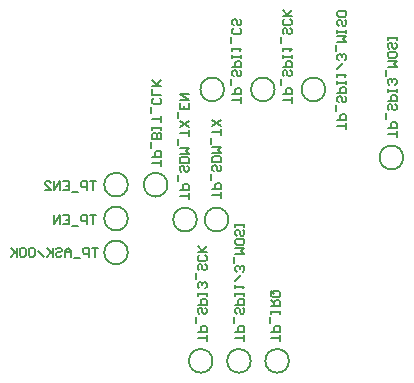
<source format=gbo>
G04 Layer_Color=32896*
%FSLAX25Y25*%
%MOIN*%
G70*
G01*
G75*
%ADD47C,0.00787*%
%ADD48C,0.00600*%
D47*
X138137Y-32600D02*
G03*
X138137Y-32600I-3937J0D01*
G01*
X104387D02*
G03*
X104387Y-32600I-3937J0D01*
G01*
X121262D02*
G03*
X121262Y-32600I-3937J0D01*
G01*
X85537Y-64375D02*
G03*
X85537Y-64375I-3937J0D01*
G01*
X72337D02*
G03*
X72337Y-64375I-3937J0D01*
G01*
Y-75650D02*
G03*
X72337Y-75650I-3937J0D01*
G01*
Y-86925D02*
G03*
X72337Y-86925I-3937J0D01*
G01*
X126037Y-123100D02*
G03*
X126037Y-123100I-3937J0D01*
G01*
X164137Y-55300D02*
G03*
X164137Y-55300I-3937J0D01*
G01*
X113304Y-123100D02*
G03*
X113304Y-123100I-3937J0D01*
G01*
X100570D02*
G03*
X100570Y-123100I-3937J0D01*
G01*
X105837Y-76000D02*
G03*
X105837Y-76000I-3937J0D01*
G01*
X95337D02*
G03*
X95337Y-76000I-3937J0D01*
G01*
D48*
X98582Y-116400D02*
Y-114401D01*
Y-115400D01*
X95583D01*
Y-113401D02*
X98582D01*
Y-111901D01*
X98083Y-111402D01*
X97083D01*
X96583Y-111901D01*
Y-113401D01*
X95083Y-110402D02*
Y-108403D01*
X98083Y-105404D02*
X98582Y-105903D01*
Y-106903D01*
X98083Y-107403D01*
X97583D01*
X97083Y-106903D01*
Y-105903D01*
X96583Y-105404D01*
X96083D01*
X95583Y-105903D01*
Y-106903D01*
X96083Y-107403D01*
X95583Y-104404D02*
X98582D01*
Y-102904D01*
X98083Y-102404D01*
X97083D01*
X96583Y-102904D01*
Y-104404D01*
X98582Y-101405D02*
Y-100405D01*
Y-100905D01*
X95583D01*
Y-101405D01*
Y-100405D01*
X98083Y-98906D02*
X98582Y-98406D01*
Y-97406D01*
X98083Y-96906D01*
X97583D01*
X97083Y-97406D01*
Y-97906D01*
Y-97406D01*
X96583Y-96906D01*
X96083D01*
X95583Y-97406D01*
Y-98406D01*
X96083Y-98906D01*
X95083Y-95907D02*
Y-93907D01*
X98083Y-90908D02*
X98582Y-91408D01*
Y-92408D01*
X98083Y-92908D01*
X97583D01*
X97083Y-92408D01*
Y-91408D01*
X96583Y-90908D01*
X96083D01*
X95583Y-91408D01*
Y-92408D01*
X96083Y-92908D01*
X98083Y-87909D02*
X98582Y-88409D01*
Y-89409D01*
X98083Y-89909D01*
X96083D01*
X95583Y-89409D01*
Y-88409D01*
X96083Y-87909D01*
X98582Y-86910D02*
X95583D01*
X96583D01*
X98582Y-84910D01*
X97083Y-86410D01*
X95583Y-84910D01*
X161899Y-48600D02*
Y-46601D01*
Y-47600D01*
X158900D01*
Y-45601D02*
X161899D01*
Y-44102D01*
X161399Y-43602D01*
X160399D01*
X159900Y-44102D01*
Y-45601D01*
X158400Y-42602D02*
Y-40603D01*
X161399Y-37604D02*
X161899Y-38103D01*
Y-39103D01*
X161399Y-39603D01*
X160899D01*
X160399Y-39103D01*
Y-38103D01*
X159900Y-37604D01*
X159400D01*
X158900Y-38103D01*
Y-39103D01*
X159400Y-39603D01*
X158900Y-36604D02*
X161899D01*
Y-35104D01*
X161399Y-34605D01*
X160399D01*
X159900Y-35104D01*
Y-36604D01*
X161899Y-33605D02*
Y-32605D01*
Y-33105D01*
X158900D01*
Y-33605D01*
Y-32605D01*
X161399Y-31106D02*
X161899Y-30606D01*
Y-29606D01*
X161399Y-29106D01*
X160899D01*
X160399Y-29606D01*
Y-30106D01*
Y-29606D01*
X159900Y-29106D01*
X159400D01*
X158900Y-29606D01*
Y-30606D01*
X159400Y-31106D01*
X158400Y-28107D02*
Y-26107D01*
X158900Y-25108D02*
X161899D01*
X160899Y-24108D01*
X161899Y-23108D01*
X158900D01*
X161899Y-20609D02*
Y-21609D01*
X161399Y-22109D01*
X159400D01*
X158900Y-21609D01*
Y-20609D01*
X159400Y-20109D01*
X161399D01*
X161899Y-20609D01*
X161399Y-17110D02*
X161899Y-17610D01*
Y-18610D01*
X161399Y-19110D01*
X160899D01*
X160399Y-18610D01*
Y-17610D01*
X159900Y-17110D01*
X159400D01*
X158900Y-17610D01*
Y-18610D01*
X159400Y-19110D01*
X161899Y-16111D02*
Y-15111D01*
Y-15611D01*
X158900D01*
Y-16111D01*
Y-15111D01*
X127024Y-37200D02*
Y-35201D01*
Y-36200D01*
X124025D01*
Y-34201D02*
X127024D01*
Y-32702D01*
X126524Y-32202D01*
X125524D01*
X125025Y-32702D01*
Y-34201D01*
X123525Y-31202D02*
Y-29203D01*
X126524Y-26204D02*
X127024Y-26703D01*
Y-27703D01*
X126524Y-28203D01*
X126024D01*
X125524Y-27703D01*
Y-26703D01*
X125025Y-26204D01*
X124525D01*
X124025Y-26703D01*
Y-27703D01*
X124525Y-28203D01*
X124025Y-25204D02*
X127024D01*
Y-23704D01*
X126524Y-23205D01*
X125524D01*
X125025Y-23704D01*
Y-25204D01*
X127024Y-22205D02*
Y-21205D01*
Y-21705D01*
X124025D01*
Y-22205D01*
Y-21205D01*
Y-19706D02*
Y-18706D01*
Y-19206D01*
X127024D01*
X126524Y-19706D01*
X123525Y-17207D02*
Y-15207D01*
X126524Y-12208D02*
X127024Y-12708D01*
Y-13708D01*
X126524Y-14208D01*
X126024D01*
X125524Y-13708D01*
Y-12708D01*
X125025Y-12208D01*
X124525D01*
X124025Y-12708D01*
Y-13708D01*
X124525Y-14208D01*
X126524Y-9209D02*
X127024Y-9709D01*
Y-10709D01*
X126524Y-11208D01*
X124525D01*
X124025Y-10709D01*
Y-9709D01*
X124525Y-9209D01*
X127024Y-8209D02*
X124025D01*
X125025D01*
X127024Y-6210D01*
X125524Y-7710D01*
X124025Y-6210D01*
X110199Y-37200D02*
Y-35201D01*
Y-36200D01*
X107200D01*
Y-34201D02*
X110199D01*
Y-32702D01*
X109699Y-32202D01*
X108700D01*
X108200Y-32702D01*
Y-34201D01*
X106700Y-31202D02*
Y-29203D01*
X109699Y-26204D02*
X110199Y-26703D01*
Y-27703D01*
X109699Y-28203D01*
X109199D01*
X108700Y-27703D01*
Y-26703D01*
X108200Y-26204D01*
X107700D01*
X107200Y-26703D01*
Y-27703D01*
X107700Y-28203D01*
X107200Y-25204D02*
X110199D01*
Y-23704D01*
X109699Y-23205D01*
X108700D01*
X108200Y-23704D01*
Y-25204D01*
X110199Y-22205D02*
Y-21205D01*
Y-21705D01*
X107200D01*
Y-22205D01*
Y-21205D01*
Y-19706D02*
Y-18706D01*
Y-19206D01*
X110199D01*
X109699Y-19706D01*
X106700Y-17207D02*
Y-15207D01*
X109699Y-12208D02*
X110199Y-12708D01*
Y-13708D01*
X109699Y-14208D01*
X107700D01*
X107200Y-13708D01*
Y-12708D01*
X107700Y-12208D01*
X109699Y-9209D02*
X110199Y-9709D01*
Y-10709D01*
X109699Y-11208D01*
X109199D01*
X108700Y-10709D01*
Y-9709D01*
X108200Y-9209D01*
X107700D01*
X107200Y-9709D01*
Y-10709D01*
X107700Y-11208D01*
X111066Y-116400D02*
Y-114401D01*
Y-115400D01*
X108067D01*
Y-113401D02*
X111066D01*
Y-111901D01*
X110566Y-111402D01*
X109566D01*
X109066Y-111901D01*
Y-113401D01*
X107567Y-110402D02*
Y-108403D01*
X110566Y-105404D02*
X111066Y-105903D01*
Y-106903D01*
X110566Y-107403D01*
X110066D01*
X109566Y-106903D01*
Y-105903D01*
X109066Y-105404D01*
X108566D01*
X108067Y-105903D01*
Y-106903D01*
X108566Y-107403D01*
X108067Y-104404D02*
X111066D01*
Y-102904D01*
X110566Y-102404D01*
X109566D01*
X109066Y-102904D01*
Y-104404D01*
X111066Y-101405D02*
Y-100405D01*
Y-100905D01*
X108067D01*
Y-101405D01*
Y-100405D01*
Y-98906D02*
Y-97906D01*
Y-98406D01*
X111066D01*
X110566Y-98906D01*
X108067Y-96407D02*
X110066Y-94407D01*
X110566Y-93407D02*
X111066Y-92908D01*
Y-91908D01*
X110566Y-91408D01*
X110066D01*
X109566Y-91908D01*
Y-92408D01*
Y-91908D01*
X109066Y-91408D01*
X108566D01*
X108067Y-91908D01*
Y-92908D01*
X108566Y-93407D01*
X107567Y-90408D02*
Y-88409D01*
X108067Y-87409D02*
X111066D01*
X110066Y-86410D01*
X111066Y-85410D01*
X108067D01*
X111066Y-82911D02*
Y-83911D01*
X110566Y-84410D01*
X108566D01*
X108067Y-83911D01*
Y-82911D01*
X108566Y-82411D01*
X110566D01*
X111066Y-82911D01*
X110566Y-79412D02*
X111066Y-79912D01*
Y-80911D01*
X110566Y-81411D01*
X110066D01*
X109566Y-80911D01*
Y-79912D01*
X109066Y-79412D01*
X108566D01*
X108067Y-79912D01*
Y-80911D01*
X108566Y-81411D01*
X111066Y-78412D02*
Y-77413D01*
Y-77912D01*
X108067D01*
Y-78412D01*
Y-77413D01*
X145199Y-45900D02*
Y-43901D01*
Y-44900D01*
X142200D01*
Y-42901D02*
X145199D01*
Y-41401D01*
X144699Y-40902D01*
X143700D01*
X143200Y-41401D01*
Y-42901D01*
X141700Y-39902D02*
Y-37903D01*
X144699Y-34904D02*
X145199Y-35403D01*
Y-36403D01*
X144699Y-36903D01*
X144199D01*
X143700Y-36403D01*
Y-35403D01*
X143200Y-34904D01*
X142700D01*
X142200Y-35403D01*
Y-36403D01*
X142700Y-36903D01*
X142200Y-33904D02*
X145199D01*
Y-32404D01*
X144699Y-31905D01*
X143700D01*
X143200Y-32404D01*
Y-33904D01*
X145199Y-30905D02*
Y-29905D01*
Y-30405D01*
X142200D01*
Y-30905D01*
Y-29905D01*
Y-28406D02*
Y-27406D01*
Y-27906D01*
X145199D01*
X144699Y-28406D01*
X142200Y-25907D02*
X144199Y-23907D01*
X144699Y-22907D02*
X145199Y-22408D01*
Y-21408D01*
X144699Y-20908D01*
X144199D01*
X143700Y-21408D01*
Y-21908D01*
Y-21408D01*
X143200Y-20908D01*
X142700D01*
X142200Y-21408D01*
Y-22408D01*
X142700Y-22907D01*
X141700Y-19908D02*
Y-17909D01*
X142200Y-16909D02*
X145199D01*
X144199Y-15910D01*
X145199Y-14910D01*
X142200D01*
X145199Y-13910D02*
Y-12911D01*
Y-13410D01*
X142200D01*
Y-13910D01*
Y-12911D01*
X144699Y-9412D02*
X145199Y-9912D01*
Y-10911D01*
X144699Y-11411D01*
X144199D01*
X143700Y-10911D01*
Y-9912D01*
X143200Y-9412D01*
X142700D01*
X142200Y-9912D01*
Y-10911D01*
X142700Y-11411D01*
X145199Y-6913D02*
Y-7912D01*
X144699Y-8412D01*
X142700D01*
X142200Y-7912D01*
Y-6913D01*
X142700Y-6413D01*
X144699D01*
X145199Y-6913D01*
X123199Y-116400D02*
Y-114401D01*
Y-115400D01*
X120200D01*
Y-113401D02*
X123199D01*
Y-111901D01*
X122699Y-111402D01*
X121700D01*
X121200Y-111901D01*
Y-113401D01*
X119700Y-110402D02*
Y-108403D01*
X123199Y-107403D02*
Y-106403D01*
Y-106903D01*
X120200D01*
Y-107403D01*
Y-106403D01*
Y-104904D02*
X123199D01*
Y-103404D01*
X122699Y-102904D01*
X121700D01*
X121200Y-103404D01*
Y-104904D01*
Y-103904D02*
X120200Y-102904D01*
X120700Y-99905D02*
X122699D01*
X123199Y-100405D01*
Y-101405D01*
X122699Y-101905D01*
X120700D01*
X120200Y-101405D01*
Y-100405D01*
X121200Y-100905D02*
X120200Y-99905D01*
Y-100405D02*
X120700Y-99905D01*
X61700Y-74551D02*
X59701D01*
X60700D01*
Y-77550D01*
X58701D02*
Y-74551D01*
X57201D01*
X56702Y-75051D01*
Y-76051D01*
X57201Y-76550D01*
X58701D01*
X55702Y-78050D02*
X53703D01*
X50704Y-74551D02*
X52703D01*
Y-77550D01*
X50704D01*
X52703Y-76051D02*
X51703D01*
X49704Y-77550D02*
Y-74551D01*
X47705Y-77550D01*
Y-74551D01*
X61700Y-63276D02*
X59701D01*
X60700D01*
Y-66275D01*
X58701D02*
Y-63276D01*
X57201D01*
X56702Y-63776D01*
Y-64776D01*
X57201Y-65275D01*
X58701D01*
X55702Y-66775D02*
X53703D01*
X50704Y-63276D02*
X52703D01*
Y-66275D01*
X50704D01*
X52703Y-64776D02*
X51703D01*
X49704Y-66275D02*
Y-63276D01*
X47705Y-66275D01*
Y-63276D01*
X44706Y-66275D02*
X46705D01*
X44706Y-64276D01*
Y-63776D01*
X45205Y-63276D01*
X46205D01*
X46705Y-63776D01*
X83399Y-58075D02*
Y-56076D01*
Y-57075D01*
X80400D01*
Y-55076D02*
X83399D01*
Y-53576D01*
X82899Y-53077D01*
X81899D01*
X81400Y-53576D01*
Y-55076D01*
X79900Y-52077D02*
Y-50078D01*
X83399Y-49078D02*
X80400D01*
Y-47578D01*
X80900Y-47079D01*
X81400D01*
X81899Y-47578D01*
Y-49078D01*
Y-47578D01*
X82399Y-47079D01*
X82899D01*
X83399Y-47578D01*
Y-49078D01*
Y-46079D02*
Y-45079D01*
Y-45579D01*
X80400D01*
Y-46079D01*
Y-45079D01*
X83399Y-43580D02*
Y-41580D01*
Y-42580D01*
X80400D01*
X79900Y-40581D02*
Y-38581D01*
X82899Y-35582D02*
X83399Y-36082D01*
Y-37082D01*
X82899Y-37582D01*
X80900D01*
X80400Y-37082D01*
Y-36082D01*
X80900Y-35582D01*
X83399Y-34583D02*
X80400D01*
Y-32583D01*
X83399Y-31584D02*
X80400D01*
X81400D01*
X83399Y-29584D01*
X81899Y-31084D01*
X80400Y-29584D01*
X62300Y-85426D02*
X60301D01*
X61300D01*
Y-88425D01*
X59301D02*
Y-85426D01*
X57802D01*
X57302Y-85926D01*
Y-86926D01*
X57802Y-87425D01*
X59301D01*
X56302Y-88925D02*
X54303D01*
X53303Y-88425D02*
Y-86426D01*
X52303Y-85426D01*
X51304Y-86426D01*
Y-88425D01*
Y-86926D01*
X53303D01*
X48305Y-85926D02*
X48804Y-85426D01*
X49804D01*
X50304Y-85926D01*
Y-86426D01*
X49804Y-86926D01*
X48804D01*
X48305Y-87425D01*
Y-87925D01*
X48804Y-88425D01*
X49804D01*
X50304Y-87925D01*
X47305Y-85426D02*
Y-88425D01*
Y-87425D01*
X45305Y-85426D01*
X46805Y-86926D01*
X45305Y-88425D01*
X44306D02*
X42307Y-86426D01*
X39807Y-85426D02*
X40807D01*
X41307Y-85926D01*
Y-87925D01*
X40807Y-88425D01*
X39807D01*
X39307Y-87925D01*
Y-85926D01*
X39807Y-85426D01*
X36808D02*
X37808D01*
X38308Y-85926D01*
Y-87925D01*
X37808Y-88425D01*
X36808D01*
X36308Y-87925D01*
Y-85926D01*
X36808Y-85426D01*
X35309D02*
Y-88425D01*
Y-87425D01*
X33309Y-85426D01*
X34809Y-86926D01*
X33309Y-88425D01*
X92699Y-69000D02*
Y-67001D01*
Y-68000D01*
X89700D01*
Y-66001D02*
X92699D01*
Y-64502D01*
X92199Y-64002D01*
X91199D01*
X90700Y-64502D01*
Y-66001D01*
X89200Y-63002D02*
Y-61003D01*
X92199Y-58004D02*
X92699Y-58503D01*
Y-59503D01*
X92199Y-60003D01*
X91699D01*
X91199Y-59503D01*
Y-58503D01*
X90700Y-58004D01*
X90200D01*
X89700Y-58503D01*
Y-59503D01*
X90200Y-60003D01*
X92699Y-57004D02*
X89700D01*
Y-55504D01*
X90200Y-55005D01*
X92199D01*
X92699Y-55504D01*
Y-57004D01*
X89700Y-54005D02*
X92699D01*
X91699Y-53005D01*
X92699Y-52005D01*
X89700D01*
X89200Y-51006D02*
Y-49007D01*
X92699Y-48007D02*
Y-46007D01*
Y-47007D01*
X89700D01*
X92699Y-45008D02*
X89700Y-43008D01*
X92699D02*
X89700Y-45008D01*
X89200Y-42009D02*
Y-40009D01*
X92699Y-37010D02*
Y-39010D01*
X89700D01*
Y-37010D01*
X91199Y-39010D02*
Y-38010D01*
X89700Y-36011D02*
X92699D01*
X89700Y-34011D01*
X92699D01*
X103399Y-68900D02*
Y-66901D01*
Y-67900D01*
X100400D01*
Y-65901D02*
X103399D01*
Y-64402D01*
X102899Y-63902D01*
X101900D01*
X101400Y-64402D01*
Y-65901D01*
X99900Y-62902D02*
Y-60903D01*
X102899Y-57904D02*
X103399Y-58403D01*
Y-59403D01*
X102899Y-59903D01*
X102399D01*
X101900Y-59403D01*
Y-58403D01*
X101400Y-57904D01*
X100900D01*
X100400Y-58403D01*
Y-59403D01*
X100900Y-59903D01*
X103399Y-56904D02*
X100400D01*
Y-55404D01*
X100900Y-54905D01*
X102899D01*
X103399Y-55404D01*
Y-56904D01*
X100400Y-53905D02*
X103399D01*
X102399Y-52905D01*
X103399Y-51906D01*
X100400D01*
X99900Y-50906D02*
Y-48906D01*
X103399Y-47907D02*
Y-45908D01*
Y-46907D01*
X100400D01*
X103399Y-44908D02*
X100400Y-42908D01*
X103399D02*
X100400Y-44908D01*
M02*

</source>
